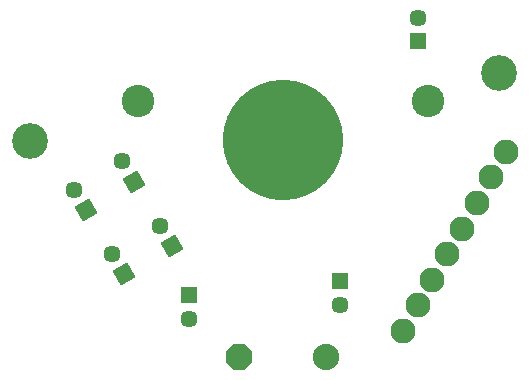
<source format=gbs>
G04 Layer_Color=16711935*
%FSLAX24Y24*%
%MOIN*%
G70*
G01*
G75*
G04:AMPARAMS|DCode=100|XSize=118.7mil|YSize=118.7mil|CornerRadius=59.4mil|HoleSize=0mil|Usage=FLASHONLY|Rotation=45.000|XOffset=0mil|YOffset=0mil|HoleType=Round|Shape=RoundedRectangle|*
%AMROUNDEDRECTD100*
21,1,0.1187,0.0000,0,0,45.0*
21,1,0.0000,0.1187,0,0,45.0*
1,1,0.1187,0.0000,0.0000*
1,1,0.1187,0.0000,0.0000*
1,1,0.1187,0.0000,0.0000*
1,1,0.1187,0.0000,0.0000*
%
%ADD100ROUNDEDRECTD100*%
%ADD106C,0.0570*%
%ADD107R,0.0570X0.0570*%
%ADD108C,0.1080*%
%ADD110C,0.0828*%
%ADD111P,0.0806X4X165.0*%
%ADD112C,0.0880*%
%ADD113P,0.0953X8X22.5*%
G04:AMPARAMS|DCode=114|XSize=118.7mil|YSize=118.7mil|CornerRadius=59.4mil|HoleSize=0mil|Usage=FLASHONLY|Rotation=135.000|XOffset=0mil|YOffset=0mil|HoleType=Round|Shape=RoundedRectangle|*
%AMROUNDEDRECTD114*
21,1,0.1187,0.0000,0,0,135.0*
21,1,0.0000,0.1187,0,0,135.0*
1,1,0.1187,0.0000,0.0000*
1,1,0.1187,0.0000,0.0000*
1,1,0.1187,0.0000,0.0000*
1,1,0.1187,0.0000,0.0000*
%
%ADD114ROUNDEDRECTD114*%
%ADD115C,0.4017*%
D100*
X-3690Y8140D02*
D03*
D106*
X9240Y12254D02*
D03*
X1580Y2216D02*
D03*
X6640Y2686D02*
D03*
X-977Y4381D02*
D03*
X-2247Y6521D02*
D03*
X633Y5321D02*
D03*
X-627Y7471D02*
D03*
D107*
X9240Y11466D02*
D03*
X1580Y3004D02*
D03*
X6640Y3474D02*
D03*
D108*
X-103Y9479D02*
D03*
X9557Y9479D02*
D03*
D110*
X8725Y1820D02*
D03*
X9217Y2673D02*
D03*
X9709Y3525D02*
D03*
X10201Y4377D02*
D03*
X10693Y5230D02*
D03*
X11185Y6082D02*
D03*
X11677Y6935D02*
D03*
X12170Y7787D02*
D03*
D111*
X-583Y3699D02*
D03*
X-1853Y5839D02*
D03*
X1027Y4639D02*
D03*
X-233Y6789D02*
D03*
D112*
X6157Y959D02*
D03*
D113*
X3277Y959D02*
D03*
D114*
X11940Y10420D02*
D03*
D115*
X4717Y8169D02*
D03*
M02*

</source>
